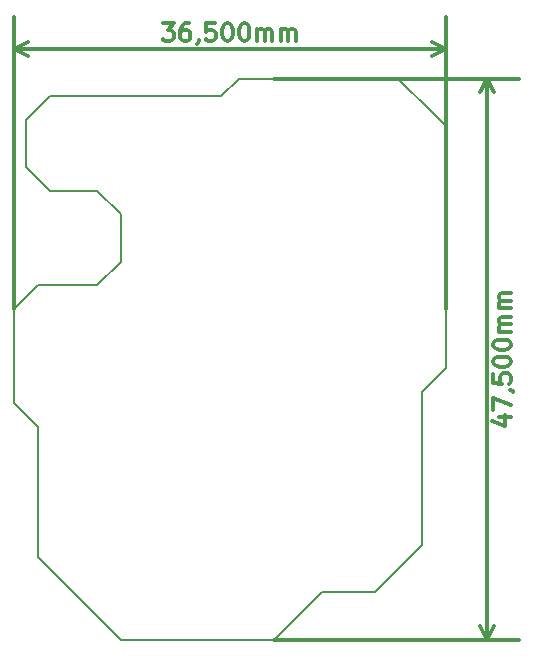
<source format=gm1>
G04 #@! TF.FileFunction,Profile,NP*
%FSLAX46Y46*%
G04 Gerber Fmt 4.6, Leading zero omitted, Abs format (unit mm)*
G04 Created by KiCad (PCBNEW 4.0.2-stable) date 05/06/2017 19:07:13*
%MOMM*%
G01*
G04 APERTURE LIST*
%ADD10C,0.100000*%
%ADD11C,0.300000*%
%ADD12C,0.150000*%
G04 APERTURE END LIST*
D10*
D11*
X33535716Y-17828572D02*
X34464287Y-17828572D01*
X33964287Y-18400001D01*
X34178573Y-18400001D01*
X34321430Y-18471430D01*
X34392859Y-18542858D01*
X34464287Y-18685715D01*
X34464287Y-19042858D01*
X34392859Y-19185715D01*
X34321430Y-19257144D01*
X34178573Y-19328572D01*
X33750001Y-19328572D01*
X33607144Y-19257144D01*
X33535716Y-19185715D01*
X35750001Y-17828572D02*
X35464287Y-17828572D01*
X35321430Y-17900001D01*
X35250001Y-17971430D01*
X35107144Y-18185715D01*
X35035715Y-18471430D01*
X35035715Y-19042858D01*
X35107144Y-19185715D01*
X35178572Y-19257144D01*
X35321430Y-19328572D01*
X35607144Y-19328572D01*
X35750001Y-19257144D01*
X35821430Y-19185715D01*
X35892858Y-19042858D01*
X35892858Y-18685715D01*
X35821430Y-18542858D01*
X35750001Y-18471430D01*
X35607144Y-18400001D01*
X35321430Y-18400001D01*
X35178572Y-18471430D01*
X35107144Y-18542858D01*
X35035715Y-18685715D01*
X36607143Y-19257144D02*
X36607143Y-19328572D01*
X36535715Y-19471430D01*
X36464286Y-19542858D01*
X37964287Y-17828572D02*
X37250001Y-17828572D01*
X37178572Y-18542858D01*
X37250001Y-18471430D01*
X37392858Y-18400001D01*
X37750001Y-18400001D01*
X37892858Y-18471430D01*
X37964287Y-18542858D01*
X38035715Y-18685715D01*
X38035715Y-19042858D01*
X37964287Y-19185715D01*
X37892858Y-19257144D01*
X37750001Y-19328572D01*
X37392858Y-19328572D01*
X37250001Y-19257144D01*
X37178572Y-19185715D01*
X38964286Y-17828572D02*
X39107143Y-17828572D01*
X39250000Y-17900001D01*
X39321429Y-17971430D01*
X39392858Y-18114287D01*
X39464286Y-18400001D01*
X39464286Y-18757144D01*
X39392858Y-19042858D01*
X39321429Y-19185715D01*
X39250000Y-19257144D01*
X39107143Y-19328572D01*
X38964286Y-19328572D01*
X38821429Y-19257144D01*
X38750000Y-19185715D01*
X38678572Y-19042858D01*
X38607143Y-18757144D01*
X38607143Y-18400001D01*
X38678572Y-18114287D01*
X38750000Y-17971430D01*
X38821429Y-17900001D01*
X38964286Y-17828572D01*
X40392857Y-17828572D02*
X40535714Y-17828572D01*
X40678571Y-17900001D01*
X40750000Y-17971430D01*
X40821429Y-18114287D01*
X40892857Y-18400001D01*
X40892857Y-18757144D01*
X40821429Y-19042858D01*
X40750000Y-19185715D01*
X40678571Y-19257144D01*
X40535714Y-19328572D01*
X40392857Y-19328572D01*
X40250000Y-19257144D01*
X40178571Y-19185715D01*
X40107143Y-19042858D01*
X40035714Y-18757144D01*
X40035714Y-18400001D01*
X40107143Y-18114287D01*
X40178571Y-17971430D01*
X40250000Y-17900001D01*
X40392857Y-17828572D01*
X41535714Y-19328572D02*
X41535714Y-18328572D01*
X41535714Y-18471430D02*
X41607142Y-18400001D01*
X41750000Y-18328572D01*
X41964285Y-18328572D01*
X42107142Y-18400001D01*
X42178571Y-18542858D01*
X42178571Y-19328572D01*
X42178571Y-18542858D02*
X42250000Y-18400001D01*
X42392857Y-18328572D01*
X42607142Y-18328572D01*
X42750000Y-18400001D01*
X42821428Y-18542858D01*
X42821428Y-19328572D01*
X43535714Y-19328572D02*
X43535714Y-18328572D01*
X43535714Y-18471430D02*
X43607142Y-18400001D01*
X43750000Y-18328572D01*
X43964285Y-18328572D01*
X44107142Y-18400001D01*
X44178571Y-18542858D01*
X44178571Y-19328572D01*
X44178571Y-18542858D02*
X44250000Y-18400001D01*
X44392857Y-18328572D01*
X44607142Y-18328572D01*
X44750000Y-18400001D01*
X44821428Y-18542858D01*
X44821428Y-19328572D01*
X21000000Y-20000001D02*
X57500000Y-20000001D01*
X21000000Y-42000000D02*
X21000000Y-17300001D01*
X57500000Y-42000000D02*
X57500000Y-17300001D01*
X57500000Y-20000001D02*
X56373497Y-20586421D01*
X57500000Y-20000001D02*
X56373497Y-19413581D01*
X21000000Y-20000001D02*
X22126503Y-20586421D01*
X21000000Y-20000001D02*
X22126503Y-19413581D01*
D12*
X55500000Y-62000000D02*
X55500000Y-49000000D01*
X51500000Y-66000000D02*
X55500000Y-62000000D01*
X47000000Y-66000000D02*
X51500000Y-66000000D01*
X43000000Y-70000000D02*
X47000000Y-66000000D01*
X57500000Y-26500000D02*
X56500000Y-25500000D01*
X57500000Y-47000000D02*
X57500000Y-26500000D01*
X55500000Y-49000000D02*
X57500000Y-47000000D01*
X55500000Y-62000000D02*
X55500000Y-49000000D01*
X54500000Y-63000000D02*
X55500000Y-62000000D01*
D11*
X62028571Y-51178570D02*
X63028571Y-51178570D01*
X61457143Y-51535713D02*
X62528571Y-51892856D01*
X62528571Y-50964284D01*
X61528571Y-50535713D02*
X61528571Y-49535713D01*
X63028571Y-50178570D01*
X62957143Y-48892857D02*
X63028571Y-48892857D01*
X63171429Y-48964285D01*
X63242857Y-49035714D01*
X61528571Y-47535713D02*
X61528571Y-48249999D01*
X62242857Y-48321428D01*
X62171429Y-48249999D01*
X62100000Y-48107142D01*
X62100000Y-47749999D01*
X62171429Y-47607142D01*
X62242857Y-47535713D01*
X62385714Y-47464285D01*
X62742857Y-47464285D01*
X62885714Y-47535713D01*
X62957143Y-47607142D01*
X63028571Y-47749999D01*
X63028571Y-48107142D01*
X62957143Y-48249999D01*
X62885714Y-48321428D01*
X61528571Y-46535714D02*
X61528571Y-46392857D01*
X61600000Y-46250000D01*
X61671429Y-46178571D01*
X61814286Y-46107142D01*
X62100000Y-46035714D01*
X62457143Y-46035714D01*
X62742857Y-46107142D01*
X62885714Y-46178571D01*
X62957143Y-46250000D01*
X63028571Y-46392857D01*
X63028571Y-46535714D01*
X62957143Y-46678571D01*
X62885714Y-46750000D01*
X62742857Y-46821428D01*
X62457143Y-46892857D01*
X62100000Y-46892857D01*
X61814286Y-46821428D01*
X61671429Y-46750000D01*
X61600000Y-46678571D01*
X61528571Y-46535714D01*
X61528571Y-45107143D02*
X61528571Y-44964286D01*
X61600000Y-44821429D01*
X61671429Y-44750000D01*
X61814286Y-44678571D01*
X62100000Y-44607143D01*
X62457143Y-44607143D01*
X62742857Y-44678571D01*
X62885714Y-44750000D01*
X62957143Y-44821429D01*
X63028571Y-44964286D01*
X63028571Y-45107143D01*
X62957143Y-45250000D01*
X62885714Y-45321429D01*
X62742857Y-45392857D01*
X62457143Y-45464286D01*
X62100000Y-45464286D01*
X61814286Y-45392857D01*
X61671429Y-45321429D01*
X61600000Y-45250000D01*
X61528571Y-45107143D01*
X63028571Y-43964286D02*
X62028571Y-43964286D01*
X62171429Y-43964286D02*
X62100000Y-43892858D01*
X62028571Y-43750000D01*
X62028571Y-43535715D01*
X62100000Y-43392858D01*
X62242857Y-43321429D01*
X63028571Y-43321429D01*
X62242857Y-43321429D02*
X62100000Y-43250000D01*
X62028571Y-43107143D01*
X62028571Y-42892858D01*
X62100000Y-42750000D01*
X62242857Y-42678572D01*
X63028571Y-42678572D01*
X63028571Y-41964286D02*
X62028571Y-41964286D01*
X62171429Y-41964286D02*
X62100000Y-41892858D01*
X62028571Y-41750000D01*
X62028571Y-41535715D01*
X62100000Y-41392858D01*
X62242857Y-41321429D01*
X63028571Y-41321429D01*
X62242857Y-41321429D02*
X62100000Y-41250000D01*
X62028571Y-41107143D01*
X62028571Y-40892858D01*
X62100000Y-40750000D01*
X62242857Y-40678572D01*
X63028571Y-40678572D01*
X61000000Y-70000000D02*
X61000000Y-22500000D01*
X43000000Y-70000000D02*
X63700000Y-70000000D01*
X43000000Y-22500000D02*
X63700000Y-22500000D01*
X61000000Y-22500000D02*
X61586420Y-23626503D01*
X61000000Y-22500000D02*
X60413580Y-23626503D01*
X61000000Y-70000000D02*
X61586420Y-68873497D01*
X61000000Y-70000000D02*
X60413580Y-68873497D01*
D12*
X23000000Y-63000000D02*
X23000000Y-52000000D01*
X40000000Y-70000000D02*
X30000000Y-70000000D01*
X23000000Y-63000000D02*
X30000000Y-70000000D01*
X21000000Y-42000000D02*
X23000000Y-40000000D01*
X21000000Y-50000000D02*
X23000000Y-52000000D01*
X21000000Y-42000000D02*
X21000000Y-50000000D01*
X22000000Y-26000000D02*
X22000000Y-30000000D01*
X30000000Y-38000000D02*
X30000000Y-34000000D01*
X28000000Y-40000000D02*
X30000000Y-38000000D01*
X27000000Y-40000000D02*
X28000000Y-40000000D01*
X28000000Y-32000000D02*
X30000000Y-34000000D01*
X26000000Y-32000000D02*
X28000000Y-32000000D01*
X24000000Y-32000000D02*
X22000000Y-30000000D01*
X26000000Y-32000000D02*
X24000000Y-32000000D01*
X53500000Y-22500000D02*
X56500000Y-25500000D01*
X40000000Y-22500000D02*
X53500000Y-22500000D01*
X38500000Y-24000000D02*
X40000000Y-22500000D01*
X24000000Y-24000000D02*
X38500000Y-24000000D01*
X22000000Y-26000000D02*
X24000000Y-24000000D01*
X43000000Y-70000000D02*
X40000000Y-70000000D01*
X47000000Y-66000000D02*
X43000000Y-70000000D01*
X51500000Y-66000000D02*
X47000000Y-66000000D01*
X54500000Y-63000000D02*
X51500000Y-66000000D01*
X23000000Y-40000000D02*
X27000000Y-40000000D01*
M02*

</source>
